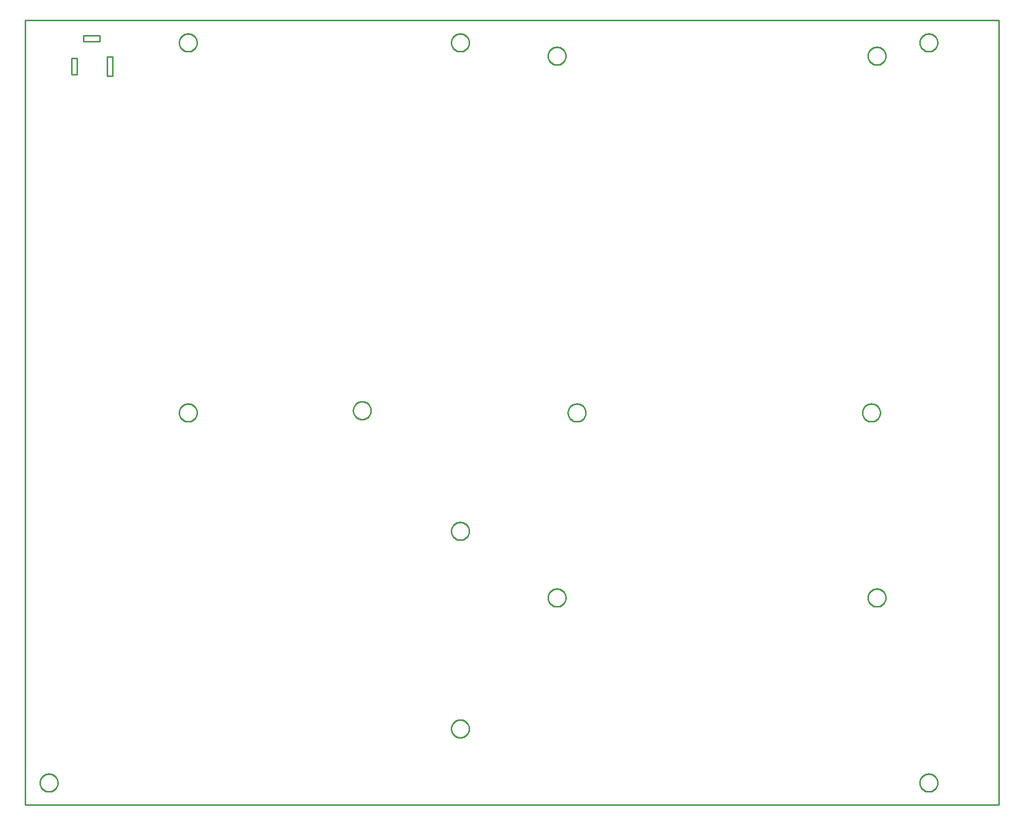
<source format=gbr>
G04 EAGLE Gerber RS-274X export*
G75*
%MOMM*%
%FSLAX34Y34*%
%LPD*%
%IN*%
%IPPOS*%
%AMOC8*
5,1,8,0,0,1.08239X$1,22.5*%
G01*
%ADD10C,0.254000*%


D10*
X-6350Y-3175D02*
X1663500Y-3175D01*
X1663500Y1342900D01*
X-6350Y1342900D01*
X-6350Y-3175D01*
X72950Y1249650D02*
X82950Y1249650D01*
X82950Y1277650D01*
X72950Y1277650D01*
X72950Y1249650D01*
X133950Y1247150D02*
X143950Y1247150D01*
X143950Y1280150D01*
X133950Y1280150D01*
X133950Y1247150D01*
X93950Y1306650D02*
X121950Y1306650D01*
X121950Y1316650D01*
X93950Y1316650D01*
X93950Y1306650D01*
X1469390Y351246D02*
X1469312Y350160D01*
X1469157Y349082D01*
X1468926Y348019D01*
X1468619Y346974D01*
X1468239Y345954D01*
X1467787Y344964D01*
X1467265Y344009D01*
X1466676Y343093D01*
X1466024Y342221D01*
X1465311Y341399D01*
X1464541Y340629D01*
X1463719Y339916D01*
X1462847Y339264D01*
X1461931Y338675D01*
X1460976Y338153D01*
X1459986Y337701D01*
X1458966Y337321D01*
X1457921Y337014D01*
X1456858Y336783D01*
X1455780Y336628D01*
X1454694Y336550D01*
X1453606Y336550D01*
X1452520Y336628D01*
X1451442Y336783D01*
X1450379Y337014D01*
X1449334Y337321D01*
X1448314Y337701D01*
X1447324Y338153D01*
X1446369Y338675D01*
X1445453Y339264D01*
X1444581Y339916D01*
X1443759Y340629D01*
X1442989Y341399D01*
X1442276Y342221D01*
X1441624Y343093D01*
X1441035Y344009D01*
X1440513Y344964D01*
X1440061Y345954D01*
X1439681Y346974D01*
X1439374Y348019D01*
X1439143Y349082D01*
X1438988Y350160D01*
X1438910Y351246D01*
X1438910Y352334D01*
X1438988Y353420D01*
X1439143Y354498D01*
X1439374Y355561D01*
X1439681Y356606D01*
X1440061Y357626D01*
X1440513Y358616D01*
X1441035Y359571D01*
X1441624Y360487D01*
X1442276Y361359D01*
X1442989Y362181D01*
X1443759Y362951D01*
X1444581Y363664D01*
X1445453Y364316D01*
X1446369Y364905D01*
X1447324Y365427D01*
X1448314Y365879D01*
X1449334Y366259D01*
X1450379Y366566D01*
X1451442Y366797D01*
X1452520Y366952D01*
X1453606Y367030D01*
X1454694Y367030D01*
X1455780Y366952D01*
X1456858Y366797D01*
X1457921Y366566D01*
X1458966Y366259D01*
X1459986Y365879D01*
X1460976Y365427D01*
X1461931Y364905D01*
X1462847Y364316D01*
X1463719Y363664D01*
X1464541Y362951D01*
X1465311Y362181D01*
X1466024Y361359D01*
X1466676Y360487D01*
X1467265Y359571D01*
X1467787Y358616D01*
X1468239Y357626D01*
X1468619Y356606D01*
X1468926Y355561D01*
X1469157Y354498D01*
X1469312Y353420D01*
X1469390Y352334D01*
X1469390Y351246D01*
X920750Y1280886D02*
X920672Y1279800D01*
X920517Y1278722D01*
X920286Y1277659D01*
X919979Y1276614D01*
X919599Y1275594D01*
X919147Y1274604D01*
X918625Y1273649D01*
X918036Y1272733D01*
X917384Y1271861D01*
X916671Y1271039D01*
X915901Y1270269D01*
X915079Y1269556D01*
X914207Y1268904D01*
X913291Y1268315D01*
X912336Y1267793D01*
X911346Y1267341D01*
X910326Y1266961D01*
X909281Y1266654D01*
X908218Y1266423D01*
X907140Y1266268D01*
X906054Y1266190D01*
X904966Y1266190D01*
X903880Y1266268D01*
X902802Y1266423D01*
X901739Y1266654D01*
X900694Y1266961D01*
X899674Y1267341D01*
X898684Y1267793D01*
X897729Y1268315D01*
X896813Y1268904D01*
X895941Y1269556D01*
X895119Y1270269D01*
X894349Y1271039D01*
X893636Y1271861D01*
X892984Y1272733D01*
X892395Y1273649D01*
X891873Y1274604D01*
X891421Y1275594D01*
X891041Y1276614D01*
X890734Y1277659D01*
X890503Y1278722D01*
X890348Y1279800D01*
X890270Y1280886D01*
X890270Y1281974D01*
X890348Y1283060D01*
X890503Y1284138D01*
X890734Y1285201D01*
X891041Y1286246D01*
X891421Y1287266D01*
X891873Y1288256D01*
X892395Y1289211D01*
X892984Y1290127D01*
X893636Y1290999D01*
X894349Y1291821D01*
X895119Y1292591D01*
X895941Y1293304D01*
X896813Y1293956D01*
X897729Y1294545D01*
X898684Y1295067D01*
X899674Y1295519D01*
X900694Y1295899D01*
X901739Y1296206D01*
X902802Y1296437D01*
X903880Y1296592D01*
X904966Y1296670D01*
X906054Y1296670D01*
X907140Y1296592D01*
X908218Y1296437D01*
X909281Y1296206D01*
X910326Y1295899D01*
X911346Y1295519D01*
X912336Y1295067D01*
X913291Y1294545D01*
X914207Y1293956D01*
X915079Y1293304D01*
X915901Y1292591D01*
X916671Y1291821D01*
X917384Y1290999D01*
X918036Y1290127D01*
X918625Y1289211D01*
X919147Y1288256D01*
X919599Y1287266D01*
X919979Y1286246D01*
X920286Y1285201D01*
X920517Y1284138D01*
X920672Y1283060D01*
X920750Y1281974D01*
X920750Y1280886D01*
X920750Y351246D02*
X920672Y350160D01*
X920517Y349082D01*
X920286Y348019D01*
X919979Y346974D01*
X919599Y345954D01*
X919147Y344964D01*
X918625Y344009D01*
X918036Y343093D01*
X917384Y342221D01*
X916671Y341399D01*
X915901Y340629D01*
X915079Y339916D01*
X914207Y339264D01*
X913291Y338675D01*
X912336Y338153D01*
X911346Y337701D01*
X910326Y337321D01*
X909281Y337014D01*
X908218Y336783D01*
X907140Y336628D01*
X906054Y336550D01*
X904966Y336550D01*
X903880Y336628D01*
X902802Y336783D01*
X901739Y337014D01*
X900694Y337321D01*
X899674Y337701D01*
X898684Y338153D01*
X897729Y338675D01*
X896813Y339264D01*
X895941Y339916D01*
X895119Y340629D01*
X894349Y341399D01*
X893636Y342221D01*
X892984Y343093D01*
X892395Y344009D01*
X891873Y344964D01*
X891421Y345954D01*
X891041Y346974D01*
X890734Y348019D01*
X890503Y349082D01*
X890348Y350160D01*
X890270Y351246D01*
X890270Y352334D01*
X890348Y353420D01*
X890503Y354498D01*
X890734Y355561D01*
X891041Y356606D01*
X891421Y357626D01*
X891873Y358616D01*
X892395Y359571D01*
X892984Y360487D01*
X893636Y361359D01*
X894349Y362181D01*
X895119Y362951D01*
X895941Y363664D01*
X896813Y364316D01*
X897729Y364905D01*
X898684Y365427D01*
X899674Y365879D01*
X900694Y366259D01*
X901739Y366566D01*
X902802Y366797D01*
X903880Y366952D01*
X904966Y367030D01*
X906054Y367030D01*
X907140Y366952D01*
X908218Y366797D01*
X909281Y366566D01*
X910326Y366259D01*
X911346Y365879D01*
X912336Y365427D01*
X913291Y364905D01*
X914207Y364316D01*
X915079Y363664D01*
X915901Y362951D01*
X916671Y362181D01*
X917384Y361359D01*
X918036Y360487D01*
X918625Y359571D01*
X919147Y358616D01*
X919599Y357626D01*
X919979Y356606D01*
X920286Y355561D01*
X920517Y354498D01*
X920672Y353420D01*
X920750Y352334D01*
X920750Y351246D01*
X1469390Y1280886D02*
X1469312Y1279800D01*
X1469157Y1278722D01*
X1468926Y1277659D01*
X1468619Y1276614D01*
X1468239Y1275594D01*
X1467787Y1274604D01*
X1467265Y1273649D01*
X1466676Y1272733D01*
X1466024Y1271861D01*
X1465311Y1271039D01*
X1464541Y1270269D01*
X1463719Y1269556D01*
X1462847Y1268904D01*
X1461931Y1268315D01*
X1460976Y1267793D01*
X1459986Y1267341D01*
X1458966Y1266961D01*
X1457921Y1266654D01*
X1456858Y1266423D01*
X1455780Y1266268D01*
X1454694Y1266190D01*
X1453606Y1266190D01*
X1452520Y1266268D01*
X1451442Y1266423D01*
X1450379Y1266654D01*
X1449334Y1266961D01*
X1448314Y1267341D01*
X1447324Y1267793D01*
X1446369Y1268315D01*
X1445453Y1268904D01*
X1444581Y1269556D01*
X1443759Y1270269D01*
X1442989Y1271039D01*
X1442276Y1271861D01*
X1441624Y1272733D01*
X1441035Y1273649D01*
X1440513Y1274604D01*
X1440061Y1275594D01*
X1439681Y1276614D01*
X1439374Y1277659D01*
X1439143Y1278722D01*
X1438988Y1279800D01*
X1438910Y1280886D01*
X1438910Y1281974D01*
X1438988Y1283060D01*
X1439143Y1284138D01*
X1439374Y1285201D01*
X1439681Y1286246D01*
X1440061Y1287266D01*
X1440513Y1288256D01*
X1441035Y1289211D01*
X1441624Y1290127D01*
X1442276Y1290999D01*
X1442989Y1291821D01*
X1443759Y1292591D01*
X1444581Y1293304D01*
X1445453Y1293956D01*
X1446369Y1294545D01*
X1447324Y1295067D01*
X1448314Y1295519D01*
X1449334Y1295899D01*
X1450379Y1296206D01*
X1451442Y1296437D01*
X1452520Y1296592D01*
X1453606Y1296670D01*
X1454694Y1296670D01*
X1455780Y1296592D01*
X1456858Y1296437D01*
X1457921Y1296206D01*
X1458966Y1295899D01*
X1459986Y1295519D01*
X1460976Y1295067D01*
X1461931Y1294545D01*
X1462847Y1293956D01*
X1463719Y1293304D01*
X1464541Y1292591D01*
X1465311Y1291821D01*
X1466024Y1290999D01*
X1466676Y1290127D01*
X1467265Y1289211D01*
X1467787Y1288256D01*
X1468239Y1287266D01*
X1468619Y1286246D01*
X1468926Y1285201D01*
X1469157Y1284138D01*
X1469312Y1283060D01*
X1469390Y1281974D01*
X1469390Y1280886D01*
X1558290Y33746D02*
X1558212Y32660D01*
X1558057Y31582D01*
X1557826Y30519D01*
X1557519Y29474D01*
X1557139Y28454D01*
X1556687Y27464D01*
X1556165Y26509D01*
X1555576Y25593D01*
X1554924Y24721D01*
X1554211Y23899D01*
X1553441Y23129D01*
X1552619Y22416D01*
X1551747Y21764D01*
X1550831Y21175D01*
X1549876Y20653D01*
X1548886Y20201D01*
X1547866Y19821D01*
X1546821Y19514D01*
X1545758Y19283D01*
X1544680Y19128D01*
X1543594Y19050D01*
X1542506Y19050D01*
X1541420Y19128D01*
X1540342Y19283D01*
X1539279Y19514D01*
X1538234Y19821D01*
X1537214Y20201D01*
X1536224Y20653D01*
X1535269Y21175D01*
X1534353Y21764D01*
X1533481Y22416D01*
X1532659Y23129D01*
X1531889Y23899D01*
X1531176Y24721D01*
X1530524Y25593D01*
X1529935Y26509D01*
X1529413Y27464D01*
X1528961Y28454D01*
X1528581Y29474D01*
X1528274Y30519D01*
X1528043Y31582D01*
X1527888Y32660D01*
X1527810Y33746D01*
X1527810Y34834D01*
X1527888Y35920D01*
X1528043Y36998D01*
X1528274Y38061D01*
X1528581Y39106D01*
X1528961Y40126D01*
X1529413Y41116D01*
X1529935Y42071D01*
X1530524Y42987D01*
X1531176Y43859D01*
X1531889Y44681D01*
X1532659Y45451D01*
X1533481Y46164D01*
X1534353Y46816D01*
X1535269Y47405D01*
X1536224Y47927D01*
X1537214Y48379D01*
X1538234Y48759D01*
X1539279Y49066D01*
X1540342Y49297D01*
X1541420Y49452D01*
X1542506Y49530D01*
X1543594Y49530D01*
X1544680Y49452D01*
X1545758Y49297D01*
X1546821Y49066D01*
X1547866Y48759D01*
X1548886Y48379D01*
X1549876Y47927D01*
X1550831Y47405D01*
X1551747Y46816D01*
X1552619Y46164D01*
X1553441Y45451D01*
X1554211Y44681D01*
X1554924Y43859D01*
X1555576Y42987D01*
X1556165Y42071D01*
X1556687Y41116D01*
X1557139Y40126D01*
X1557519Y39106D01*
X1557826Y38061D01*
X1558057Y36998D01*
X1558212Y35920D01*
X1558290Y34834D01*
X1558290Y33746D01*
X755015Y126456D02*
X754937Y125370D01*
X754782Y124292D01*
X754551Y123229D01*
X754244Y122184D01*
X753864Y121164D01*
X753412Y120174D01*
X752890Y119219D01*
X752301Y118303D01*
X751649Y117431D01*
X750936Y116609D01*
X750166Y115839D01*
X749344Y115126D01*
X748472Y114474D01*
X747556Y113885D01*
X746601Y113363D01*
X745611Y112911D01*
X744591Y112531D01*
X743546Y112224D01*
X742483Y111993D01*
X741405Y111838D01*
X740319Y111760D01*
X739231Y111760D01*
X738145Y111838D01*
X737067Y111993D01*
X736004Y112224D01*
X734959Y112531D01*
X733939Y112911D01*
X732949Y113363D01*
X731994Y113885D01*
X731078Y114474D01*
X730206Y115126D01*
X729384Y115839D01*
X728614Y116609D01*
X727901Y117431D01*
X727249Y118303D01*
X726660Y119219D01*
X726138Y120174D01*
X725686Y121164D01*
X725306Y122184D01*
X724999Y123229D01*
X724768Y124292D01*
X724613Y125370D01*
X724535Y126456D01*
X724535Y127544D01*
X724613Y128630D01*
X724768Y129708D01*
X724999Y130771D01*
X725306Y131816D01*
X725686Y132836D01*
X726138Y133826D01*
X726660Y134781D01*
X727249Y135697D01*
X727901Y136569D01*
X728614Y137391D01*
X729384Y138161D01*
X730206Y138874D01*
X731078Y139526D01*
X731994Y140115D01*
X732949Y140637D01*
X733939Y141089D01*
X734959Y141469D01*
X736004Y141776D01*
X737067Y142007D01*
X738145Y142162D01*
X739231Y142240D01*
X740319Y142240D01*
X741405Y142162D01*
X742483Y142007D01*
X743546Y141776D01*
X744591Y141469D01*
X745611Y141089D01*
X746601Y140637D01*
X747556Y140115D01*
X748472Y139526D01*
X749344Y138874D01*
X750166Y138161D01*
X750936Y137391D01*
X751649Y136569D01*
X752301Y135697D01*
X752890Y134781D01*
X753412Y133826D01*
X753864Y132836D01*
X754244Y131816D01*
X754551Y130771D01*
X754782Y129708D01*
X754937Y128630D01*
X755015Y127544D01*
X755015Y126456D01*
X288290Y668746D02*
X288212Y667660D01*
X288057Y666582D01*
X287826Y665519D01*
X287519Y664474D01*
X287139Y663454D01*
X286687Y662464D01*
X286165Y661509D01*
X285576Y660593D01*
X284924Y659721D01*
X284211Y658899D01*
X283441Y658129D01*
X282619Y657416D01*
X281747Y656764D01*
X280831Y656175D01*
X279876Y655653D01*
X278886Y655201D01*
X277866Y654821D01*
X276821Y654514D01*
X275758Y654283D01*
X274680Y654128D01*
X273594Y654050D01*
X272506Y654050D01*
X271420Y654128D01*
X270342Y654283D01*
X269279Y654514D01*
X268234Y654821D01*
X267214Y655201D01*
X266224Y655653D01*
X265269Y656175D01*
X264353Y656764D01*
X263481Y657416D01*
X262659Y658129D01*
X261889Y658899D01*
X261176Y659721D01*
X260524Y660593D01*
X259935Y661509D01*
X259413Y662464D01*
X258961Y663454D01*
X258581Y664474D01*
X258274Y665519D01*
X258043Y666582D01*
X257888Y667660D01*
X257810Y668746D01*
X257810Y669834D01*
X257888Y670920D01*
X258043Y671998D01*
X258274Y673061D01*
X258581Y674106D01*
X258961Y675126D01*
X259413Y676116D01*
X259935Y677071D01*
X260524Y677987D01*
X261176Y678859D01*
X261889Y679681D01*
X262659Y680451D01*
X263481Y681164D01*
X264353Y681816D01*
X265269Y682405D01*
X266224Y682927D01*
X267214Y683379D01*
X268234Y683759D01*
X269279Y684066D01*
X270342Y684297D01*
X271420Y684452D01*
X272506Y684530D01*
X273594Y684530D01*
X274680Y684452D01*
X275758Y684297D01*
X276821Y684066D01*
X277866Y683759D01*
X278886Y683379D01*
X279876Y682927D01*
X280831Y682405D01*
X281747Y681816D01*
X282619Y681164D01*
X283441Y680451D01*
X284211Y679681D01*
X284924Y678859D01*
X285576Y677987D01*
X286165Y677071D01*
X286687Y676116D01*
X287139Y675126D01*
X287519Y674106D01*
X287826Y673061D01*
X288057Y671998D01*
X288212Y670920D01*
X288290Y669834D01*
X288290Y668746D01*
X49530Y33746D02*
X49452Y32660D01*
X49297Y31582D01*
X49066Y30519D01*
X48759Y29474D01*
X48379Y28454D01*
X47927Y27464D01*
X47405Y26509D01*
X46816Y25593D01*
X46164Y24721D01*
X45451Y23899D01*
X44681Y23129D01*
X43859Y22416D01*
X42987Y21764D01*
X42071Y21175D01*
X41116Y20653D01*
X40126Y20201D01*
X39106Y19821D01*
X38061Y19514D01*
X36998Y19283D01*
X35920Y19128D01*
X34834Y19050D01*
X33746Y19050D01*
X32660Y19128D01*
X31582Y19283D01*
X30519Y19514D01*
X29474Y19821D01*
X28454Y20201D01*
X27464Y20653D01*
X26509Y21175D01*
X25593Y21764D01*
X24721Y22416D01*
X23899Y23129D01*
X23129Y23899D01*
X22416Y24721D01*
X21764Y25593D01*
X21175Y26509D01*
X20653Y27464D01*
X20201Y28454D01*
X19821Y29474D01*
X19514Y30519D01*
X19283Y31582D01*
X19128Y32660D01*
X19050Y33746D01*
X19050Y34834D01*
X19128Y35920D01*
X19283Y36998D01*
X19514Y38061D01*
X19821Y39106D01*
X20201Y40126D01*
X20653Y41116D01*
X21175Y42071D01*
X21764Y42987D01*
X22416Y43859D01*
X23129Y44681D01*
X23899Y45451D01*
X24721Y46164D01*
X25593Y46816D01*
X26509Y47405D01*
X27464Y47927D01*
X28454Y48379D01*
X29474Y48759D01*
X30519Y49066D01*
X31582Y49297D01*
X32660Y49452D01*
X33746Y49530D01*
X34834Y49530D01*
X35920Y49452D01*
X36998Y49297D01*
X38061Y49066D01*
X39106Y48759D01*
X40126Y48379D01*
X41116Y47927D01*
X42071Y47405D01*
X42987Y46816D01*
X43859Y46164D01*
X44681Y45451D01*
X45451Y44681D01*
X46164Y43859D01*
X46816Y42987D01*
X47405Y42071D01*
X47927Y41116D01*
X48379Y40126D01*
X48759Y39106D01*
X49066Y38061D01*
X49297Y36998D01*
X49452Y35920D01*
X49530Y34834D01*
X49530Y33746D01*
X288290Y1303746D02*
X288212Y1302660D01*
X288057Y1301582D01*
X287826Y1300519D01*
X287519Y1299474D01*
X287139Y1298454D01*
X286687Y1297464D01*
X286165Y1296509D01*
X285576Y1295593D01*
X284924Y1294721D01*
X284211Y1293899D01*
X283441Y1293129D01*
X282619Y1292416D01*
X281747Y1291764D01*
X280831Y1291175D01*
X279876Y1290653D01*
X278886Y1290201D01*
X277866Y1289821D01*
X276821Y1289514D01*
X275758Y1289283D01*
X274680Y1289128D01*
X273594Y1289050D01*
X272506Y1289050D01*
X271420Y1289128D01*
X270342Y1289283D01*
X269279Y1289514D01*
X268234Y1289821D01*
X267214Y1290201D01*
X266224Y1290653D01*
X265269Y1291175D01*
X264353Y1291764D01*
X263481Y1292416D01*
X262659Y1293129D01*
X261889Y1293899D01*
X261176Y1294721D01*
X260524Y1295593D01*
X259935Y1296509D01*
X259413Y1297464D01*
X258961Y1298454D01*
X258581Y1299474D01*
X258274Y1300519D01*
X258043Y1301582D01*
X257888Y1302660D01*
X257810Y1303746D01*
X257810Y1304834D01*
X257888Y1305920D01*
X258043Y1306998D01*
X258274Y1308061D01*
X258581Y1309106D01*
X258961Y1310126D01*
X259413Y1311116D01*
X259935Y1312071D01*
X260524Y1312987D01*
X261176Y1313859D01*
X261889Y1314681D01*
X262659Y1315451D01*
X263481Y1316164D01*
X264353Y1316816D01*
X265269Y1317405D01*
X266224Y1317927D01*
X267214Y1318379D01*
X268234Y1318759D01*
X269279Y1319066D01*
X270342Y1319297D01*
X271420Y1319452D01*
X272506Y1319530D01*
X273594Y1319530D01*
X274680Y1319452D01*
X275758Y1319297D01*
X276821Y1319066D01*
X277866Y1318759D01*
X278886Y1318379D01*
X279876Y1317927D01*
X280831Y1317405D01*
X281747Y1316816D01*
X282619Y1316164D01*
X283441Y1315451D01*
X284211Y1314681D01*
X284924Y1313859D01*
X285576Y1312987D01*
X286165Y1312071D01*
X286687Y1311116D01*
X287139Y1310126D01*
X287519Y1309106D01*
X287826Y1308061D01*
X288057Y1306998D01*
X288212Y1305920D01*
X288290Y1304834D01*
X288290Y1303746D01*
X755015Y1303746D02*
X754937Y1302660D01*
X754782Y1301582D01*
X754551Y1300519D01*
X754244Y1299474D01*
X753864Y1298454D01*
X753412Y1297464D01*
X752890Y1296509D01*
X752301Y1295593D01*
X751649Y1294721D01*
X750936Y1293899D01*
X750166Y1293129D01*
X749344Y1292416D01*
X748472Y1291764D01*
X747556Y1291175D01*
X746601Y1290653D01*
X745611Y1290201D01*
X744591Y1289821D01*
X743546Y1289514D01*
X742483Y1289283D01*
X741405Y1289128D01*
X740319Y1289050D01*
X739231Y1289050D01*
X738145Y1289128D01*
X737067Y1289283D01*
X736004Y1289514D01*
X734959Y1289821D01*
X733939Y1290201D01*
X732949Y1290653D01*
X731994Y1291175D01*
X731078Y1291764D01*
X730206Y1292416D01*
X729384Y1293129D01*
X728614Y1293899D01*
X727901Y1294721D01*
X727249Y1295593D01*
X726660Y1296509D01*
X726138Y1297464D01*
X725686Y1298454D01*
X725306Y1299474D01*
X724999Y1300519D01*
X724768Y1301582D01*
X724613Y1302660D01*
X724535Y1303746D01*
X724535Y1304834D01*
X724613Y1305920D01*
X724768Y1306998D01*
X724999Y1308061D01*
X725306Y1309106D01*
X725686Y1310126D01*
X726138Y1311116D01*
X726660Y1312071D01*
X727249Y1312987D01*
X727901Y1313859D01*
X728614Y1314681D01*
X729384Y1315451D01*
X730206Y1316164D01*
X731078Y1316816D01*
X731994Y1317405D01*
X732949Y1317927D01*
X733939Y1318379D01*
X734959Y1318759D01*
X736004Y1319066D01*
X737067Y1319297D01*
X738145Y1319452D01*
X739231Y1319530D01*
X740319Y1319530D01*
X741405Y1319452D01*
X742483Y1319297D01*
X743546Y1319066D01*
X744591Y1318759D01*
X745611Y1318379D01*
X746601Y1317927D01*
X747556Y1317405D01*
X748472Y1316816D01*
X749344Y1316164D01*
X750166Y1315451D01*
X750936Y1314681D01*
X751649Y1313859D01*
X752301Y1312987D01*
X752890Y1312071D01*
X753412Y1311116D01*
X753864Y1310126D01*
X754244Y1309106D01*
X754551Y1308061D01*
X754782Y1306998D01*
X754937Y1305920D01*
X755015Y1304834D01*
X755015Y1303746D01*
X1558290Y1303746D02*
X1558212Y1302660D01*
X1558057Y1301582D01*
X1557826Y1300519D01*
X1557519Y1299474D01*
X1557139Y1298454D01*
X1556687Y1297464D01*
X1556165Y1296509D01*
X1555576Y1295593D01*
X1554924Y1294721D01*
X1554211Y1293899D01*
X1553441Y1293129D01*
X1552619Y1292416D01*
X1551747Y1291764D01*
X1550831Y1291175D01*
X1549876Y1290653D01*
X1548886Y1290201D01*
X1547866Y1289821D01*
X1546821Y1289514D01*
X1545758Y1289283D01*
X1544680Y1289128D01*
X1543594Y1289050D01*
X1542506Y1289050D01*
X1541420Y1289128D01*
X1540342Y1289283D01*
X1539279Y1289514D01*
X1538234Y1289821D01*
X1537214Y1290201D01*
X1536224Y1290653D01*
X1535269Y1291175D01*
X1534353Y1291764D01*
X1533481Y1292416D01*
X1532659Y1293129D01*
X1531889Y1293899D01*
X1531176Y1294721D01*
X1530524Y1295593D01*
X1529935Y1296509D01*
X1529413Y1297464D01*
X1528961Y1298454D01*
X1528581Y1299474D01*
X1528274Y1300519D01*
X1528043Y1301582D01*
X1527888Y1302660D01*
X1527810Y1303746D01*
X1527810Y1304834D01*
X1527888Y1305920D01*
X1528043Y1306998D01*
X1528274Y1308061D01*
X1528581Y1309106D01*
X1528961Y1310126D01*
X1529413Y1311116D01*
X1529935Y1312071D01*
X1530524Y1312987D01*
X1531176Y1313859D01*
X1531889Y1314681D01*
X1532659Y1315451D01*
X1533481Y1316164D01*
X1534353Y1316816D01*
X1535269Y1317405D01*
X1536224Y1317927D01*
X1537214Y1318379D01*
X1538234Y1318759D01*
X1539279Y1319066D01*
X1540342Y1319297D01*
X1541420Y1319452D01*
X1542506Y1319530D01*
X1543594Y1319530D01*
X1544680Y1319452D01*
X1545758Y1319297D01*
X1546821Y1319066D01*
X1547866Y1318759D01*
X1548886Y1318379D01*
X1549876Y1317927D01*
X1550831Y1317405D01*
X1551747Y1316816D01*
X1552619Y1316164D01*
X1553441Y1315451D01*
X1554211Y1314681D01*
X1554924Y1313859D01*
X1555576Y1312987D01*
X1556165Y1312071D01*
X1556687Y1311116D01*
X1557139Y1310126D01*
X1557519Y1309106D01*
X1557826Y1308061D01*
X1558057Y1306998D01*
X1558212Y1305920D01*
X1558290Y1304834D01*
X1558290Y1303746D01*
X755015Y465546D02*
X754937Y464460D01*
X754782Y463382D01*
X754551Y462319D01*
X754244Y461274D01*
X753864Y460254D01*
X753412Y459264D01*
X752890Y458309D01*
X752301Y457393D01*
X751649Y456521D01*
X750936Y455699D01*
X750166Y454929D01*
X749344Y454216D01*
X748472Y453564D01*
X747556Y452975D01*
X746601Y452453D01*
X745611Y452001D01*
X744591Y451621D01*
X743546Y451314D01*
X742483Y451083D01*
X741405Y450928D01*
X740319Y450850D01*
X739231Y450850D01*
X738145Y450928D01*
X737067Y451083D01*
X736004Y451314D01*
X734959Y451621D01*
X733939Y452001D01*
X732949Y452453D01*
X731994Y452975D01*
X731078Y453564D01*
X730206Y454216D01*
X729384Y454929D01*
X728614Y455699D01*
X727901Y456521D01*
X727249Y457393D01*
X726660Y458309D01*
X726138Y459264D01*
X725686Y460254D01*
X725306Y461274D01*
X724999Y462319D01*
X724768Y463382D01*
X724613Y464460D01*
X724535Y465546D01*
X724535Y466634D01*
X724613Y467720D01*
X724768Y468798D01*
X724999Y469861D01*
X725306Y470906D01*
X725686Y471926D01*
X726138Y472916D01*
X726660Y473871D01*
X727249Y474787D01*
X727901Y475659D01*
X728614Y476481D01*
X729384Y477251D01*
X730206Y477964D01*
X731078Y478616D01*
X731994Y479205D01*
X732949Y479727D01*
X733939Y480179D01*
X734959Y480559D01*
X736004Y480866D01*
X737067Y481097D01*
X738145Y481252D01*
X739231Y481330D01*
X740319Y481330D01*
X741405Y481252D01*
X742483Y481097D01*
X743546Y480866D01*
X744591Y480559D01*
X745611Y480179D01*
X746601Y479727D01*
X747556Y479205D01*
X748472Y478616D01*
X749344Y477964D01*
X750166Y477251D01*
X750936Y476481D01*
X751649Y475659D01*
X752301Y474787D01*
X752890Y473871D01*
X753412Y472916D01*
X753864Y471926D01*
X754244Y470906D01*
X754551Y469861D01*
X754782Y468798D01*
X754937Y467720D01*
X755015Y466634D01*
X755015Y465546D01*
X955040Y668746D02*
X954962Y667660D01*
X954807Y666582D01*
X954576Y665519D01*
X954269Y664474D01*
X953889Y663454D01*
X953437Y662464D01*
X952915Y661509D01*
X952326Y660593D01*
X951674Y659721D01*
X950961Y658899D01*
X950191Y658129D01*
X949369Y657416D01*
X948497Y656764D01*
X947581Y656175D01*
X946626Y655653D01*
X945636Y655201D01*
X944616Y654821D01*
X943571Y654514D01*
X942508Y654283D01*
X941430Y654128D01*
X940344Y654050D01*
X939256Y654050D01*
X938170Y654128D01*
X937092Y654283D01*
X936029Y654514D01*
X934984Y654821D01*
X933964Y655201D01*
X932974Y655653D01*
X932019Y656175D01*
X931103Y656764D01*
X930231Y657416D01*
X929409Y658129D01*
X928639Y658899D01*
X927926Y659721D01*
X927274Y660593D01*
X926685Y661509D01*
X926163Y662464D01*
X925711Y663454D01*
X925331Y664474D01*
X925024Y665519D01*
X924793Y666582D01*
X924638Y667660D01*
X924560Y668746D01*
X924560Y669834D01*
X924638Y670920D01*
X924793Y671998D01*
X925024Y673061D01*
X925331Y674106D01*
X925711Y675126D01*
X926163Y676116D01*
X926685Y677071D01*
X927274Y677987D01*
X927926Y678859D01*
X928639Y679681D01*
X929409Y680451D01*
X930231Y681164D01*
X931103Y681816D01*
X932019Y682405D01*
X932974Y682927D01*
X933964Y683379D01*
X934984Y683759D01*
X936029Y684066D01*
X937092Y684297D01*
X938170Y684452D01*
X939256Y684530D01*
X940344Y684530D01*
X941430Y684452D01*
X942508Y684297D01*
X943571Y684066D01*
X944616Y683759D01*
X945636Y683379D01*
X946626Y682927D01*
X947581Y682405D01*
X948497Y681816D01*
X949369Y681164D01*
X950191Y680451D01*
X950961Y679681D01*
X951674Y678859D01*
X952326Y677987D01*
X952915Y677071D01*
X953437Y676116D01*
X953889Y675126D01*
X954269Y674106D01*
X954576Y673061D01*
X954807Y671998D01*
X954962Y670920D01*
X955040Y669834D01*
X955040Y668746D01*
X586740Y672556D02*
X586662Y671470D01*
X586507Y670392D01*
X586276Y669329D01*
X585969Y668284D01*
X585589Y667264D01*
X585137Y666274D01*
X584615Y665319D01*
X584026Y664403D01*
X583374Y663531D01*
X582661Y662709D01*
X581891Y661939D01*
X581069Y661226D01*
X580197Y660574D01*
X579281Y659985D01*
X578326Y659463D01*
X577336Y659011D01*
X576316Y658631D01*
X575271Y658324D01*
X574208Y658093D01*
X573130Y657938D01*
X572044Y657860D01*
X570956Y657860D01*
X569870Y657938D01*
X568792Y658093D01*
X567729Y658324D01*
X566684Y658631D01*
X565664Y659011D01*
X564674Y659463D01*
X563719Y659985D01*
X562803Y660574D01*
X561931Y661226D01*
X561109Y661939D01*
X560339Y662709D01*
X559626Y663531D01*
X558974Y664403D01*
X558385Y665319D01*
X557863Y666274D01*
X557411Y667264D01*
X557031Y668284D01*
X556724Y669329D01*
X556493Y670392D01*
X556338Y671470D01*
X556260Y672556D01*
X556260Y673644D01*
X556338Y674730D01*
X556493Y675808D01*
X556724Y676871D01*
X557031Y677916D01*
X557411Y678936D01*
X557863Y679926D01*
X558385Y680881D01*
X558974Y681797D01*
X559626Y682669D01*
X560339Y683491D01*
X561109Y684261D01*
X561931Y684974D01*
X562803Y685626D01*
X563719Y686215D01*
X564674Y686737D01*
X565664Y687189D01*
X566684Y687569D01*
X567729Y687876D01*
X568792Y688107D01*
X569870Y688262D01*
X570956Y688340D01*
X572044Y688340D01*
X573130Y688262D01*
X574208Y688107D01*
X575271Y687876D01*
X576316Y687569D01*
X577336Y687189D01*
X578326Y686737D01*
X579281Y686215D01*
X580197Y685626D01*
X581069Y684974D01*
X581891Y684261D01*
X582661Y683491D01*
X583374Y682669D01*
X584026Y681797D01*
X584615Y680881D01*
X585137Y679926D01*
X585589Y678936D01*
X585969Y677916D01*
X586276Y676871D01*
X586507Y675808D01*
X586662Y674730D01*
X586740Y673644D01*
X586740Y672556D01*
X1459865Y668746D02*
X1459787Y667660D01*
X1459632Y666582D01*
X1459401Y665519D01*
X1459094Y664474D01*
X1458714Y663454D01*
X1458262Y662464D01*
X1457740Y661509D01*
X1457151Y660593D01*
X1456499Y659721D01*
X1455786Y658899D01*
X1455016Y658129D01*
X1454194Y657416D01*
X1453322Y656764D01*
X1452406Y656175D01*
X1451451Y655653D01*
X1450461Y655201D01*
X1449441Y654821D01*
X1448396Y654514D01*
X1447333Y654283D01*
X1446255Y654128D01*
X1445169Y654050D01*
X1444081Y654050D01*
X1442995Y654128D01*
X1441917Y654283D01*
X1440854Y654514D01*
X1439809Y654821D01*
X1438789Y655201D01*
X1437799Y655653D01*
X1436844Y656175D01*
X1435928Y656764D01*
X1435056Y657416D01*
X1434234Y658129D01*
X1433464Y658899D01*
X1432751Y659721D01*
X1432099Y660593D01*
X1431510Y661509D01*
X1430988Y662464D01*
X1430536Y663454D01*
X1430156Y664474D01*
X1429849Y665519D01*
X1429618Y666582D01*
X1429463Y667660D01*
X1429385Y668746D01*
X1429385Y669834D01*
X1429463Y670920D01*
X1429618Y671998D01*
X1429849Y673061D01*
X1430156Y674106D01*
X1430536Y675126D01*
X1430988Y676116D01*
X1431510Y677071D01*
X1432099Y677987D01*
X1432751Y678859D01*
X1433464Y679681D01*
X1434234Y680451D01*
X1435056Y681164D01*
X1435928Y681816D01*
X1436844Y682405D01*
X1437799Y682927D01*
X1438789Y683379D01*
X1439809Y683759D01*
X1440854Y684066D01*
X1441917Y684297D01*
X1442995Y684452D01*
X1444081Y684530D01*
X1445169Y684530D01*
X1446255Y684452D01*
X1447333Y684297D01*
X1448396Y684066D01*
X1449441Y683759D01*
X1450461Y683379D01*
X1451451Y682927D01*
X1452406Y682405D01*
X1453322Y681816D01*
X1454194Y681164D01*
X1455016Y680451D01*
X1455786Y679681D01*
X1456499Y678859D01*
X1457151Y677987D01*
X1457740Y677071D01*
X1458262Y676116D01*
X1458714Y675126D01*
X1459094Y674106D01*
X1459401Y673061D01*
X1459632Y671998D01*
X1459787Y670920D01*
X1459865Y669834D01*
X1459865Y668746D01*
M02*

</source>
